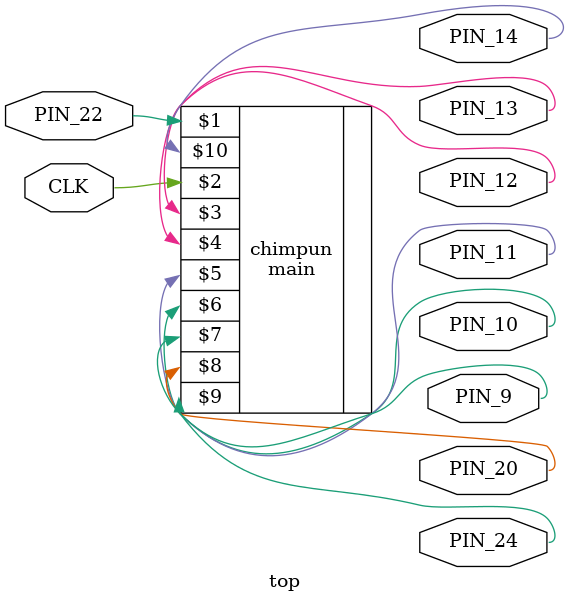
<source format=v>
module top ( input PIN_22, input CLK,
             output PIN_13, output PIN_12, output PIN_11, output PIN_10, output PIN_9, output PIN_20, output PIN_24, output PIN_14);
    main chimpun (PIN_22, CLK, PIN_13, PIN_12, PIN_11, PIN_10, PIN_9, PIN_20, PIN_24, PIN_14);
endmodule


</source>
